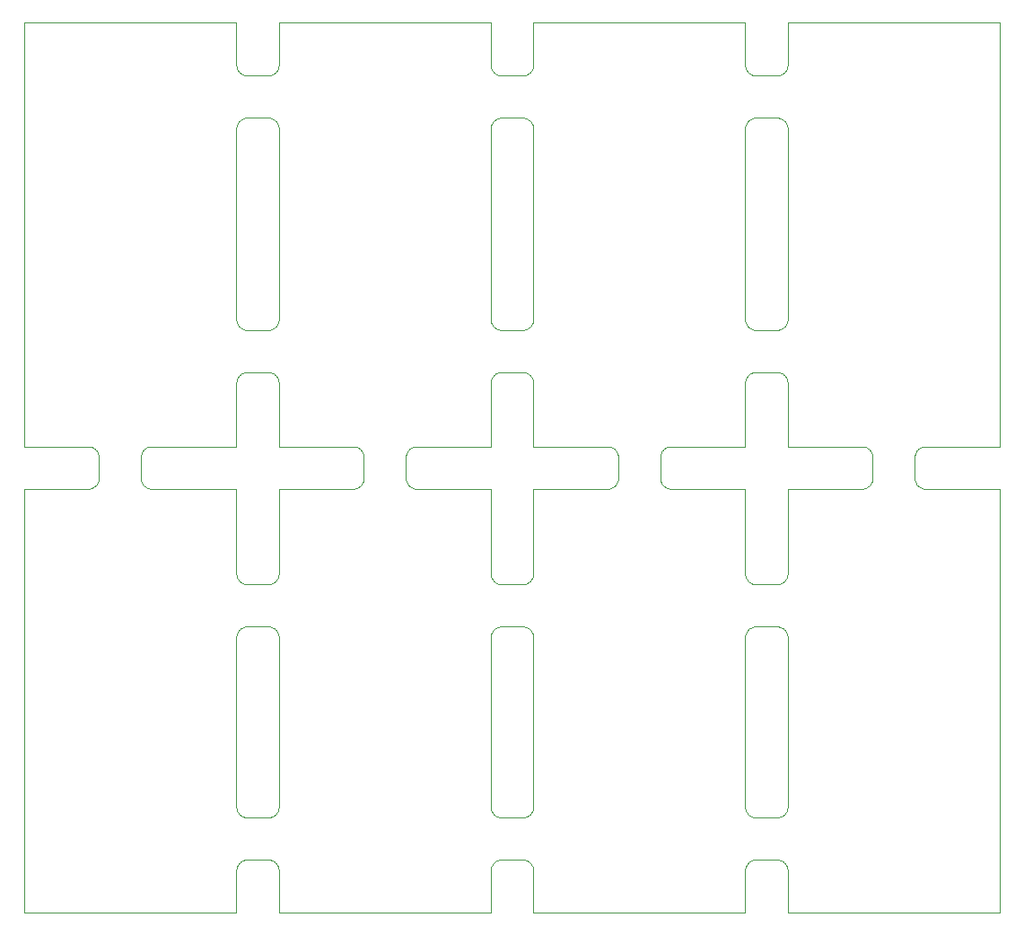
<source format=gko>
%MOIN*%
%OFA0B0*%
%FSLAX44Y44*%
%IPPOS*%
%LPD*%
%ADD10C,0*%
D10*
X00026771Y00003934D02*
X00026771Y00003934D01*
X00026771Y00010238D01*
X00026772Y00010269D01*
X00026776Y00010300D01*
X00026782Y00010330D01*
X00026790Y00010360D01*
X00026801Y00010389D01*
X00026814Y00010417D01*
X00026829Y00010444D01*
X00026846Y00010470D01*
X00026865Y00010494D01*
X00026886Y00010517D01*
X00026909Y00010538D01*
X00026933Y00010557D01*
X00026959Y00010574D01*
X00026986Y00010589D01*
X00027014Y00010602D01*
X00027043Y00010613D01*
X00027073Y00010621D01*
X00027103Y00010627D01*
X00027134Y00010631D01*
X00027165Y00010632D01*
X00027952Y00010632D01*
X00027983Y00010631D01*
X00028014Y00010627D01*
X00028044Y00010621D01*
X00028074Y00010613D01*
X00028103Y00010602D01*
X00028131Y00010589D01*
X00028158Y00010574D01*
X00028184Y00010557D01*
X00028208Y00010538D01*
X00028231Y00010517D01*
X00028252Y00010494D01*
X00028271Y00010470D01*
X00028288Y00010444D01*
X00028303Y00010417D01*
X00028316Y00010389D01*
X00028327Y00010360D01*
X00028335Y00010330D01*
X00028341Y00010300D01*
X00028345Y00010269D01*
X00028346Y00010238D01*
X00028346Y00003934D01*
X00028345Y00003903D01*
X00028341Y00003872D01*
X00028335Y00003842D01*
X00028327Y00003812D01*
X00028316Y00003783D01*
X00028303Y00003755D01*
X00028288Y00003728D01*
X00028271Y00003702D01*
X00028252Y00003678D01*
X00028231Y00003655D01*
X00028208Y00003635D01*
X00028184Y00003615D01*
X00028158Y00003598D01*
X00028131Y00003583D01*
X00028103Y00003570D01*
X00028074Y00003559D01*
X00028044Y00003551D01*
X00028014Y00003545D01*
X00027983Y00003541D01*
X00027952Y00003540D01*
X00027165Y00003540D01*
X00027134Y00003541D01*
X00027103Y00003545D01*
X00027073Y00003551D01*
X00027043Y00003559D01*
X00027014Y00003570D01*
X00026986Y00003583D01*
X00026959Y00003598D01*
X00026933Y00003615D01*
X00026909Y00003635D01*
X00026886Y00003655D01*
X00026865Y00003678D01*
X00026846Y00003702D01*
X00026829Y00003728D01*
X00026814Y00003755D01*
X00026801Y00003783D01*
X00026790Y00003812D01*
X00026782Y00003842D01*
X00026776Y00003872D01*
X00026772Y00003903D01*
X00026771Y00003934D01*
X00026771Y00015748D02*
X00026771Y00015748D01*
X00024013Y00015748D01*
X00023982Y00015749D01*
X00023951Y00015752D01*
X00023921Y00015758D01*
X00023891Y00015767D01*
X00023862Y00015778D01*
X00023834Y00015790D01*
X00023807Y00015806D01*
X00023781Y00015823D01*
X00023757Y00015842D01*
X00023734Y00015863D01*
X00023713Y00015886D01*
X00023694Y00015910D01*
X00023677Y00015936D01*
X00023662Y00015962D01*
X00023649Y00015991D01*
X00023638Y00016020D01*
X00023630Y00016049D01*
X00023624Y00016080D01*
X00023620Y00016110D01*
X00023619Y00016141D01*
X00023619Y00016929D01*
X00023620Y00016960D01*
X00023624Y00016990D01*
X00023630Y00017021D01*
X00023638Y00017050D01*
X00023649Y00017079D01*
X00023662Y00017107D01*
X00023677Y00017134D01*
X00023694Y00017160D01*
X00023713Y00017184D01*
X00023734Y00017207D01*
X00023757Y00017228D01*
X00023781Y00017247D01*
X00023807Y00017264D01*
X00023834Y00017279D01*
X00023862Y00017292D01*
X00023891Y00017303D01*
X00023921Y00017311D01*
X00023951Y00017317D01*
X00023982Y00017321D01*
X00024013Y00017322D01*
X00026771Y00017322D01*
X00026771Y00019687D01*
X00026772Y00019718D01*
X00026776Y00019749D01*
X00026782Y00019779D01*
X00026790Y00019809D01*
X00026801Y00019838D01*
X00026814Y00019866D01*
X00026829Y00019893D01*
X00026846Y00019919D01*
X00026865Y00019943D01*
X00026886Y00019966D01*
X00026909Y00019987D01*
X00026933Y00020006D01*
X00026959Y00020023D01*
X00026986Y00020038D01*
X00027014Y00020051D01*
X00027043Y00020062D01*
X00027073Y00020070D01*
X00027103Y00020076D01*
X00027134Y00020080D01*
X00027165Y00020081D01*
X00027952Y00020081D01*
X00027983Y00020080D01*
X00028014Y00020076D01*
X00028044Y00020070D01*
X00028074Y00020062D01*
X00028103Y00020051D01*
X00028131Y00020038D01*
X00028158Y00020023D01*
X00028184Y00020006D01*
X00028208Y00019987D01*
X00028231Y00019966D01*
X00028252Y00019943D01*
X00028271Y00019919D01*
X00028288Y00019893D01*
X00028303Y00019866D01*
X00028316Y00019838D01*
X00028327Y00019809D01*
X00028335Y00019779D01*
X00028341Y00019749D01*
X00028345Y00019718D01*
X00028346Y00019687D01*
X00028346Y00017322D01*
X00031104Y00017322D01*
X00031135Y00017321D01*
X00031166Y00017317D01*
X00031196Y00017311D01*
X00031226Y00017303D01*
X00031255Y00017292D01*
X00031283Y00017279D01*
X00031310Y00017264D01*
X00031336Y00017247D01*
X00031360Y00017228D01*
X00031383Y00017207D01*
X00031404Y00017184D01*
X00031423Y00017160D01*
X00031440Y00017134D01*
X00031455Y00017107D01*
X00031468Y00017079D01*
X00031479Y00017050D01*
X00031487Y00017021D01*
X00031493Y00016990D01*
X00031497Y00016960D01*
X00031498Y00016929D01*
X00031498Y00016141D01*
X00031497Y00016110D01*
X00031493Y00016080D01*
X00031487Y00016049D01*
X00031479Y00016020D01*
X00031468Y00015991D01*
X00031455Y00015962D01*
X00031440Y00015936D01*
X00031423Y00015910D01*
X00031404Y00015886D01*
X00031383Y00015863D01*
X00031360Y00015842D01*
X00031336Y00015823D01*
X00031310Y00015806D01*
X00031283Y00015790D01*
X00031255Y00015778D01*
X00031226Y00015767D01*
X00031196Y00015758D01*
X00031166Y00015752D01*
X00031135Y00015749D01*
X00031104Y00015748D01*
X00028346Y00015748D01*
X00028346Y00012595D01*
X00028345Y00012564D01*
X00028341Y00012534D01*
X00028335Y00012503D01*
X00028327Y00012474D01*
X00028316Y00012445D01*
X00028303Y00012417D01*
X00028288Y00012390D01*
X00028271Y00012364D01*
X00028252Y00012340D01*
X00028231Y00012317D01*
X00028208Y00012296D01*
X00028184Y00012277D01*
X00028158Y00012260D01*
X00028131Y00012245D01*
X00028103Y00012232D01*
X00028074Y00012221D01*
X00028044Y00012212D01*
X00028014Y00012206D01*
X00027983Y00012203D01*
X00027952Y00012202D01*
X00027165Y00012202D01*
X00027134Y00012203D01*
X00027103Y00012206D01*
X00027073Y00012212D01*
X00027043Y00012221D01*
X00027014Y00012232D01*
X00026986Y00012245D01*
X00026959Y00012260D01*
X00026933Y00012277D01*
X00026909Y00012296D01*
X00026886Y00012317D01*
X00026865Y00012340D01*
X00026846Y00012364D01*
X00026829Y00012390D01*
X00026814Y00012417D01*
X00026801Y00012445D01*
X00026790Y00012474D01*
X00026782Y00012503D01*
X00026776Y00012534D01*
X00026772Y00012564D01*
X00026771Y00012595D01*
X00026771Y00015748D01*
X00017322Y00015748D02*
X00017322Y00015748D01*
X00014564Y00015748D01*
X00014533Y00015749D01*
X00014502Y00015752D01*
X00014472Y00015758D01*
X00014442Y00015767D01*
X00014413Y00015778D01*
X00014385Y00015790D01*
X00014358Y00015806D01*
X00014332Y00015823D01*
X00014308Y00015842D01*
X00014285Y00015863D01*
X00014264Y00015886D01*
X00014245Y00015910D01*
X00014228Y00015936D01*
X00014213Y00015962D01*
X00014200Y00015991D01*
X00014189Y00016020D01*
X00014181Y00016049D01*
X00014175Y00016080D01*
X00014171Y00016110D01*
X00014170Y00016141D01*
X00014170Y00016929D01*
X00014171Y00016960D01*
X00014175Y00016990D01*
X00014181Y00017021D01*
X00014189Y00017050D01*
X00014200Y00017079D01*
X00014213Y00017107D01*
X00014228Y00017134D01*
X00014245Y00017160D01*
X00014264Y00017184D01*
X00014285Y00017207D01*
X00014308Y00017228D01*
X00014332Y00017247D01*
X00014358Y00017264D01*
X00014385Y00017279D01*
X00014413Y00017292D01*
X00014442Y00017303D01*
X00014472Y00017311D01*
X00014502Y00017317D01*
X00014533Y00017321D01*
X00014564Y00017322D01*
X00017322Y00017322D01*
X00017322Y00019687D01*
X00017324Y00019718D01*
X00017327Y00019749D01*
X00017333Y00019779D01*
X00017342Y00019809D01*
X00017352Y00019838D01*
X00017365Y00019866D01*
X00017380Y00019893D01*
X00017398Y00019919D01*
X00017417Y00019943D01*
X00017438Y00019966D01*
X00017460Y00019987D01*
X00017485Y00020006D01*
X00017510Y00020023D01*
X00017537Y00020038D01*
X00017565Y00020051D01*
X00017594Y00020062D01*
X00017624Y00020070D01*
X00017654Y00020076D01*
X00017685Y00020080D01*
X00017716Y00020081D01*
X00018503Y00020081D01*
X00018534Y00020080D01*
X00018565Y00020076D01*
X00018595Y00020070D01*
X00018625Y00020062D01*
X00018654Y00020051D01*
X00018682Y00020038D01*
X00018709Y00020023D01*
X00018735Y00020006D01*
X00018759Y00019987D01*
X00018782Y00019966D01*
X00018803Y00019943D01*
X00018822Y00019919D01*
X00018839Y00019893D01*
X00018854Y00019866D01*
X00018867Y00019838D01*
X00018878Y00019809D01*
X00018886Y00019779D01*
X00018892Y00019749D01*
X00018896Y00019718D01*
X00018897Y00019687D01*
X00018897Y00017322D01*
X00021656Y00017322D01*
X00021687Y00017321D01*
X00021717Y00017317D01*
X00021748Y00017311D01*
X00021777Y00017303D01*
X00021806Y00017292D01*
X00021834Y00017279D01*
X00021861Y00017264D01*
X00021887Y00017247D01*
X00021911Y00017228D01*
X00021934Y00017207D01*
X00021955Y00017184D01*
X00021974Y00017160D01*
X00021991Y00017134D01*
X00022006Y00017107D01*
X00022019Y00017079D01*
X00022030Y00017050D01*
X00022038Y00017021D01*
X00022045Y00016990D01*
X00022048Y00016960D01*
X00022049Y00016929D01*
X00022049Y00016141D01*
X00022048Y00016110D01*
X00022045Y00016080D01*
X00022038Y00016049D01*
X00022030Y00016020D01*
X00022019Y00015991D01*
X00022006Y00015962D01*
X00021991Y00015936D01*
X00021974Y00015910D01*
X00021955Y00015886D01*
X00021934Y00015863D01*
X00021911Y00015842D01*
X00021887Y00015823D01*
X00021861Y00015806D01*
X00021834Y00015790D01*
X00021806Y00015778D01*
X00021777Y00015767D01*
X00021748Y00015758D01*
X00021717Y00015752D01*
X00021687Y00015749D01*
X00021656Y00015748D01*
X00018897Y00015748D01*
X00018897Y00012595D01*
X00018896Y00012564D01*
X00018892Y00012534D01*
X00018886Y00012503D01*
X00018878Y00012474D01*
X00018867Y00012445D01*
X00018854Y00012417D01*
X00018839Y00012390D01*
X00018822Y00012364D01*
X00018803Y00012340D01*
X00018782Y00012317D01*
X00018759Y00012296D01*
X00018735Y00012277D01*
X00018709Y00012260D01*
X00018682Y00012245D01*
X00018654Y00012232D01*
X00018625Y00012221D01*
X00018595Y00012212D01*
X00018565Y00012206D01*
X00018534Y00012203D01*
X00018503Y00012202D01*
X00017716Y00012202D01*
X00017685Y00012203D01*
X00017654Y00012206D01*
X00017624Y00012212D01*
X00017594Y00012221D01*
X00017565Y00012232D01*
X00017537Y00012245D01*
X00017510Y00012260D01*
X00017485Y00012277D01*
X00017460Y00012296D01*
X00017438Y00012317D01*
X00017417Y00012340D01*
X00017398Y00012364D01*
X00017380Y00012390D01*
X00017365Y00012417D01*
X00017352Y00012445D01*
X00017342Y00012474D01*
X00017333Y00012503D01*
X00017327Y00012534D01*
X00017324Y00012564D01*
X00017322Y00012595D01*
X00017322Y00015748D01*
X00007874Y00012595D02*
X00007874Y00012595D01*
X00007874Y00015748D01*
X00004721Y00015748D01*
X00004690Y00015749D01*
X00004660Y00015752D01*
X00004629Y00015758D01*
X00004600Y00015767D01*
X00004571Y00015778D01*
X00004543Y00015790D01*
X00004516Y00015806D01*
X00004490Y00015823D01*
X00004466Y00015842D01*
X00004443Y00015863D01*
X00004422Y00015886D01*
X00004403Y00015910D01*
X00004386Y00015936D01*
X00004370Y00015962D01*
X00004358Y00015991D01*
X00004347Y00016020D01*
X00004338Y00016049D01*
X00004332Y00016080D01*
X00004329Y00016110D01*
X00004328Y00016141D01*
X00004328Y00016929D01*
X00004329Y00016960D01*
X00004332Y00016990D01*
X00004338Y00017021D01*
X00004347Y00017050D01*
X00004358Y00017079D01*
X00004370Y00017107D01*
X00004386Y00017134D01*
X00004403Y00017160D01*
X00004422Y00017184D01*
X00004443Y00017207D01*
X00004466Y00017228D01*
X00004490Y00017247D01*
X00004516Y00017264D01*
X00004543Y00017279D01*
X00004571Y00017292D01*
X00004600Y00017303D01*
X00004629Y00017311D01*
X00004660Y00017317D01*
X00004690Y00017321D01*
X00004721Y00017322D01*
X00007874Y00017322D01*
X00007874Y00019687D01*
X00007875Y00019718D01*
X00007878Y00019749D01*
X00007884Y00019779D01*
X00007893Y00019809D01*
X00007903Y00019838D01*
X00007916Y00019866D01*
X00007932Y00019893D01*
X00007949Y00019919D01*
X00007968Y00019943D01*
X00007989Y00019966D01*
X00008012Y00019987D01*
X00008036Y00020006D01*
X00008062Y00020023D01*
X00008088Y00020038D01*
X00008117Y00020051D01*
X00008146Y00020062D01*
X00008175Y00020070D01*
X00008206Y00020076D01*
X00008236Y00020080D01*
X00008267Y00020081D01*
X00009055Y00020081D01*
X00009086Y00020080D01*
X00009116Y00020076D01*
X00009147Y00020070D01*
X00009176Y00020062D01*
X00009205Y00020051D01*
X00009233Y00020038D01*
X00009260Y00020023D01*
X00009286Y00020006D01*
X00009310Y00019987D01*
X00009333Y00019966D01*
X00009354Y00019943D01*
X00009373Y00019919D01*
X00009390Y00019893D01*
X00009405Y00019866D01*
X00009418Y00019838D01*
X00009429Y00019809D01*
X00009437Y00019779D01*
X00009443Y00019749D01*
X00009447Y00019718D01*
X00009448Y00019687D01*
X00009448Y00017322D01*
X00012207Y00017322D01*
X00012238Y00017321D01*
X00012268Y00017317D01*
X00012299Y00017311D01*
X00012329Y00017303D01*
X00012358Y00017292D01*
X00012386Y00017279D01*
X00012413Y00017264D01*
X00012438Y00017247D01*
X00012463Y00017228D01*
X00012485Y00017207D01*
X00012506Y00017184D01*
X00012525Y00017160D01*
X00012543Y00017134D01*
X00012558Y00017107D01*
X00012571Y00017079D01*
X00012581Y00017050D01*
X00012590Y00017021D01*
X00012596Y00016990D01*
X00012599Y00016960D01*
X00012601Y00016929D01*
X00012601Y00016141D01*
X00012599Y00016110D01*
X00012596Y00016080D01*
X00012590Y00016049D01*
X00012581Y00016020D01*
X00012571Y00015991D01*
X00012558Y00015962D01*
X00012543Y00015936D01*
X00012525Y00015910D01*
X00012506Y00015886D01*
X00012485Y00015863D01*
X00012463Y00015842D01*
X00012438Y00015823D01*
X00012413Y00015806D01*
X00012386Y00015790D01*
X00012358Y00015778D01*
X00012329Y00015767D01*
X00012299Y00015758D01*
X00012268Y00015752D01*
X00012238Y00015749D01*
X00012207Y00015748D01*
X00009448Y00015748D01*
X00009448Y00012595D01*
X00009447Y00012564D01*
X00009443Y00012534D01*
X00009437Y00012503D01*
X00009429Y00012474D01*
X00009418Y00012445D01*
X00009405Y00012417D01*
X00009390Y00012390D01*
X00009373Y00012364D01*
X00009354Y00012340D01*
X00009333Y00012317D01*
X00009310Y00012296D01*
X00009286Y00012277D01*
X00009260Y00012260D01*
X00009233Y00012245D01*
X00009205Y00012232D01*
X00009176Y00012221D01*
X00009147Y00012212D01*
X00009116Y00012206D01*
X00009086Y00012203D01*
X00009055Y00012202D01*
X00008267Y00012202D01*
X00008236Y00012203D01*
X00008206Y00012206D01*
X00008175Y00012212D01*
X00008146Y00012221D01*
X00008117Y00012232D01*
X00008088Y00012245D01*
X00008062Y00012260D01*
X00008036Y00012277D01*
X00008012Y00012296D01*
X00007989Y00012317D01*
X00007968Y00012340D01*
X00007949Y00012364D01*
X00007932Y00012390D01*
X00007916Y00012417D01*
X00007903Y00012445D01*
X00007893Y00012474D01*
X00007884Y00012503D01*
X00007878Y00012534D01*
X00007875Y00012564D01*
X00007874Y00012595D01*
X00026771Y00029136D02*
X00026771Y00029136D01*
X00026772Y00029167D01*
X00026776Y00029198D01*
X00026782Y00029228D01*
X00026790Y00029258D01*
X00026801Y00029287D01*
X00026814Y00029315D01*
X00026829Y00029342D01*
X00026846Y00029367D01*
X00026865Y00029392D01*
X00026886Y00029414D01*
X00026909Y00029435D01*
X00026933Y00029454D01*
X00026959Y00029472D01*
X00026986Y00029487D01*
X00027014Y00029500D01*
X00027043Y00029510D01*
X00027073Y00029519D01*
X00027103Y00029525D01*
X00027134Y00029528D01*
X00027165Y00029530D01*
X00027952Y00029530D01*
X00027983Y00029528D01*
X00028014Y00029525D01*
X00028044Y00029519D01*
X00028074Y00029510D01*
X00028103Y00029500D01*
X00028131Y00029487D01*
X00028158Y00029472D01*
X00028184Y00029454D01*
X00028208Y00029435D01*
X00028231Y00029414D01*
X00028252Y00029392D01*
X00028271Y00029367D01*
X00028288Y00029342D01*
X00028303Y00029315D01*
X00028316Y00029287D01*
X00028327Y00029258D01*
X00028335Y00029228D01*
X00028341Y00029198D01*
X00028345Y00029167D01*
X00028346Y00029136D01*
X00028346Y00022044D01*
X00028345Y00022013D01*
X00028341Y00021983D01*
X00028335Y00021952D01*
X00028327Y00021922D01*
X00028316Y00021893D01*
X00028303Y00021865D01*
X00028288Y00021838D01*
X00028271Y00021813D01*
X00028252Y00021788D01*
X00028231Y00021766D01*
X00028208Y00021745D01*
X00028184Y00021726D01*
X00028158Y00021708D01*
X00028131Y00021693D01*
X00028103Y00021680D01*
X00028074Y00021670D01*
X00028044Y00021661D01*
X00028014Y00021655D01*
X00027983Y00021652D01*
X00027952Y00021650D01*
X00027165Y00021650D01*
X00027134Y00021652D01*
X00027103Y00021655D01*
X00027073Y00021661D01*
X00027043Y00021670D01*
X00027014Y00021680D01*
X00026986Y00021693D01*
X00026959Y00021708D01*
X00026933Y00021726D01*
X00026909Y00021745D01*
X00026886Y00021766D01*
X00026865Y00021788D01*
X00026846Y00021813D01*
X00026829Y00021838D01*
X00026814Y00021865D01*
X00026801Y00021893D01*
X00026790Y00021922D01*
X00026782Y00021952D01*
X00026776Y00021983D01*
X00026772Y00022013D01*
X00026771Y00022044D01*
X00026771Y00029136D01*
X00018897Y00022044D02*
X00018897Y00022044D01*
X00018896Y00022013D01*
X00018892Y00021983D01*
X00018886Y00021952D01*
X00018878Y00021922D01*
X00018867Y00021893D01*
X00018854Y00021865D01*
X00018839Y00021838D01*
X00018822Y00021813D01*
X00018803Y00021788D01*
X00018782Y00021766D01*
X00018759Y00021745D01*
X00018735Y00021726D01*
X00018709Y00021708D01*
X00018682Y00021693D01*
X00018654Y00021680D01*
X00018625Y00021670D01*
X00018595Y00021661D01*
X00018565Y00021655D01*
X00018534Y00021652D01*
X00018503Y00021650D01*
X00017716Y00021650D01*
X00017685Y00021652D01*
X00017654Y00021655D01*
X00017624Y00021661D01*
X00017594Y00021670D01*
X00017565Y00021680D01*
X00017537Y00021693D01*
X00017510Y00021708D01*
X00017485Y00021726D01*
X00017460Y00021745D01*
X00017438Y00021766D01*
X00017417Y00021788D01*
X00017398Y00021813D01*
X00017380Y00021838D01*
X00017365Y00021865D01*
X00017352Y00021893D01*
X00017342Y00021922D01*
X00017333Y00021952D01*
X00017327Y00021983D01*
X00017324Y00022013D01*
X00017322Y00022044D01*
X00017322Y00029136D01*
X00017324Y00029167D01*
X00017327Y00029198D01*
X00017333Y00029228D01*
X00017342Y00029258D01*
X00017352Y00029287D01*
X00017365Y00029315D01*
X00017380Y00029342D01*
X00017398Y00029367D01*
X00017417Y00029392D01*
X00017438Y00029414D01*
X00017460Y00029435D01*
X00017485Y00029454D01*
X00017510Y00029472D01*
X00017537Y00029487D01*
X00017565Y00029500D01*
X00017594Y00029510D01*
X00017624Y00029519D01*
X00017654Y00029525D01*
X00017685Y00029528D01*
X00017716Y00029530D01*
X00018503Y00029530D01*
X00018534Y00029528D01*
X00018565Y00029525D01*
X00018595Y00029519D01*
X00018625Y00029510D01*
X00018654Y00029500D01*
X00018682Y00029487D01*
X00018709Y00029472D01*
X00018735Y00029454D01*
X00018759Y00029435D01*
X00018782Y00029414D01*
X00018803Y00029392D01*
X00018822Y00029367D01*
X00018839Y00029342D01*
X00018854Y00029315D01*
X00018867Y00029287D01*
X00018878Y00029258D01*
X00018886Y00029228D01*
X00018892Y00029198D01*
X00018896Y00029167D01*
X00018897Y00029136D01*
X00018897Y00022044D01*
X00018897Y00003934D02*
X00018897Y00003934D01*
X00018896Y00003903D01*
X00018892Y00003872D01*
X00018886Y00003842D01*
X00018878Y00003812D01*
X00018867Y00003783D01*
X00018854Y00003755D01*
X00018839Y00003728D01*
X00018822Y00003702D01*
X00018803Y00003678D01*
X00018782Y00003655D01*
X00018759Y00003635D01*
X00018735Y00003615D01*
X00018709Y00003598D01*
X00018682Y00003583D01*
X00018654Y00003570D01*
X00018625Y00003559D01*
X00018595Y00003551D01*
X00018565Y00003545D01*
X00018534Y00003541D01*
X00018503Y00003540D01*
X00017716Y00003540D01*
X00017685Y00003541D01*
X00017654Y00003545D01*
X00017624Y00003551D01*
X00017594Y00003559D01*
X00017565Y00003570D01*
X00017537Y00003583D01*
X00017510Y00003598D01*
X00017485Y00003615D01*
X00017460Y00003635D01*
X00017438Y00003655D01*
X00017417Y00003678D01*
X00017398Y00003702D01*
X00017380Y00003728D01*
X00017365Y00003755D01*
X00017352Y00003783D01*
X00017342Y00003812D01*
X00017333Y00003842D01*
X00017327Y00003872D01*
X00017324Y00003903D01*
X00017322Y00003934D01*
X00017322Y00010238D01*
X00017324Y00010269D01*
X00017327Y00010300D01*
X00017333Y00010330D01*
X00017342Y00010360D01*
X00017352Y00010389D01*
X00017365Y00010417D01*
X00017380Y00010444D01*
X00017398Y00010470D01*
X00017417Y00010494D01*
X00017438Y00010517D01*
X00017460Y00010538D01*
X00017485Y00010557D01*
X00017510Y00010574D01*
X00017537Y00010589D01*
X00017565Y00010602D01*
X00017594Y00010613D01*
X00017624Y00010621D01*
X00017654Y00010627D01*
X00017685Y00010631D01*
X00017716Y00010632D01*
X00018503Y00010632D01*
X00018534Y00010631D01*
X00018565Y00010627D01*
X00018595Y00010621D01*
X00018625Y00010613D01*
X00018654Y00010602D01*
X00018682Y00010589D01*
X00018709Y00010574D01*
X00018735Y00010557D01*
X00018759Y00010538D01*
X00018782Y00010517D01*
X00018803Y00010494D01*
X00018822Y00010470D01*
X00018839Y00010444D01*
X00018854Y00010417D01*
X00018867Y00010389D01*
X00018878Y00010360D01*
X00018886Y00010330D01*
X00018892Y00010300D01*
X00018896Y00010269D01*
X00018897Y00010238D01*
X00018897Y00003934D01*
X00009448Y00031493D02*
X00009448Y00031493D01*
X00009447Y00031462D01*
X00009443Y00031431D01*
X00009437Y00031401D01*
X00009429Y00031371D01*
X00009418Y00031342D01*
X00009405Y00031314D01*
X00009390Y00031287D01*
X00009373Y00031262D01*
X00009354Y00031237D01*
X00009333Y00031215D01*
X00009310Y00031194D01*
X00009286Y00031174D01*
X00009260Y00031157D01*
X00009233Y00031142D01*
X00009205Y00031129D01*
X00009176Y00031119D01*
X00009147Y00031110D01*
X00009116Y00031104D01*
X00009086Y00031100D01*
X00009055Y00031099D01*
X00008267Y00031099D01*
X00008236Y00031100D01*
X00008206Y00031104D01*
X00008175Y00031110D01*
X00008146Y00031119D01*
X00008117Y00031129D01*
X00008088Y00031142D01*
X00008062Y00031157D01*
X00008036Y00031174D01*
X00008012Y00031194D01*
X00007989Y00031215D01*
X00007968Y00031237D01*
X00007949Y00031262D01*
X00007932Y00031287D01*
X00007916Y00031314D01*
X00007903Y00031342D01*
X00007893Y00031371D01*
X00007884Y00031401D01*
X00007878Y00031431D01*
X00007875Y00031462D01*
X00007874Y00031493D01*
X00007874Y00033070D01*
X00000000Y00033070D01*
X00000000Y00017322D01*
X00002364Y00017322D01*
X00002395Y00017321D01*
X00002426Y00017317D01*
X00002456Y00017311D01*
X00002486Y00017303D01*
X00002515Y00017292D01*
X00002543Y00017279D01*
X00002570Y00017264D01*
X00002596Y00017247D01*
X00002620Y00017228D01*
X00002643Y00017207D01*
X00002664Y00017184D01*
X00002683Y00017160D01*
X00002700Y00017134D01*
X00002715Y00017107D01*
X00002728Y00017079D01*
X00002739Y00017050D01*
X00002747Y00017021D01*
X00002753Y00016990D01*
X00002757Y00016960D01*
X00002758Y00016929D01*
X00002758Y00016141D01*
X00002757Y00016110D01*
X00002753Y00016080D01*
X00002747Y00016049D01*
X00002739Y00016020D01*
X00002728Y00015991D01*
X00002715Y00015962D01*
X00002700Y00015936D01*
X00002683Y00015910D01*
X00002664Y00015886D01*
X00002643Y00015863D01*
X00002620Y00015842D01*
X00002596Y00015823D01*
X00002570Y00015806D01*
X00002543Y00015790D01*
X00002515Y00015778D01*
X00002486Y00015767D01*
X00002456Y00015758D01*
X00002426Y00015752D01*
X00002395Y00015749D01*
X00002364Y00015748D01*
X00000000Y00015748D01*
X00000000Y00000000D01*
X00007874Y00000000D01*
X00007874Y00001577D01*
X00007875Y00001608D01*
X00007878Y00001639D01*
X00007884Y00001669D01*
X00007893Y00001699D01*
X00007903Y00001728D01*
X00007916Y00001756D01*
X00007932Y00001783D01*
X00007949Y00001808D01*
X00007968Y00001833D01*
X00007989Y00001855D01*
X00008012Y00001876D01*
X00008036Y00001895D01*
X00008062Y00001913D01*
X00008088Y00001928D01*
X00008117Y00001941D01*
X00008146Y00001951D01*
X00008175Y00001960D01*
X00008206Y00001966D01*
X00008236Y00001969D01*
X00008267Y00001971D01*
X00009055Y00001971D01*
X00009086Y00001969D01*
X00009116Y00001966D01*
X00009147Y00001960D01*
X00009176Y00001951D01*
X00009205Y00001941D01*
X00009233Y00001928D01*
X00009260Y00001913D01*
X00009286Y00001895D01*
X00009310Y00001876D01*
X00009333Y00001855D01*
X00009354Y00001833D01*
X00009373Y00001808D01*
X00009390Y00001783D01*
X00009405Y00001756D01*
X00009418Y00001728D01*
X00009429Y00001699D01*
X00009437Y00001669D01*
X00009443Y00001639D01*
X00009447Y00001608D01*
X00009448Y00001577D01*
X00009448Y00000000D01*
X00017322Y00000000D01*
X00017322Y00001577D01*
X00017324Y00001608D01*
X00017327Y00001639D01*
X00017333Y00001669D01*
X00017342Y00001699D01*
X00017352Y00001728D01*
X00017365Y00001756D01*
X00017380Y00001783D01*
X00017398Y00001808D01*
X00017417Y00001833D01*
X00017438Y00001855D01*
X00017460Y00001876D01*
X00017485Y00001895D01*
X00017510Y00001913D01*
X00017537Y00001928D01*
X00017565Y00001941D01*
X00017594Y00001951D01*
X00017624Y00001960D01*
X00017654Y00001966D01*
X00017685Y00001969D01*
X00017716Y00001971D01*
X00018503Y00001971D01*
X00018534Y00001969D01*
X00018565Y00001966D01*
X00018595Y00001960D01*
X00018625Y00001951D01*
X00018654Y00001941D01*
X00018682Y00001928D01*
X00018709Y00001913D01*
X00018735Y00001895D01*
X00018759Y00001876D01*
X00018782Y00001855D01*
X00018803Y00001833D01*
X00018822Y00001808D01*
X00018839Y00001783D01*
X00018854Y00001756D01*
X00018867Y00001728D01*
X00018878Y00001699D01*
X00018886Y00001669D01*
X00018892Y00001639D01*
X00018896Y00001608D01*
X00018897Y00001577D01*
X00018897Y00000000D01*
X00026771Y00000000D01*
X00026771Y00001577D01*
X00026772Y00001608D01*
X00026776Y00001639D01*
X00026782Y00001669D01*
X00026790Y00001699D01*
X00026801Y00001728D01*
X00026814Y00001756D01*
X00026829Y00001783D01*
X00026846Y00001808D01*
X00026865Y00001833D01*
X00026886Y00001855D01*
X00026909Y00001876D01*
X00026933Y00001895D01*
X00026959Y00001913D01*
X00026986Y00001928D01*
X00027014Y00001941D01*
X00027043Y00001951D01*
X00027073Y00001960D01*
X00027103Y00001966D01*
X00027134Y00001969D01*
X00027165Y00001971D01*
X00027952Y00001971D01*
X00027983Y00001969D01*
X00028014Y00001966D01*
X00028044Y00001960D01*
X00028074Y00001951D01*
X00028103Y00001941D01*
X00028131Y00001928D01*
X00028158Y00001913D01*
X00028184Y00001895D01*
X00028208Y00001876D01*
X00028231Y00001855D01*
X00028252Y00001833D01*
X00028271Y00001808D01*
X00028288Y00001783D01*
X00028303Y00001756D01*
X00028316Y00001728D01*
X00028327Y00001699D01*
X00028335Y00001669D01*
X00028341Y00001639D01*
X00028345Y00001608D01*
X00028346Y00001577D01*
X00028346Y00000000D01*
X00036220Y00000000D01*
X00036220Y00015748D01*
X00033461Y00015748D01*
X00033431Y00015749D01*
X00033400Y00015752D01*
X00033370Y00015758D01*
X00033340Y00015767D01*
X00033311Y00015778D01*
X00033283Y00015790D01*
X00033256Y00015806D01*
X00033230Y00015823D01*
X00033206Y00015842D01*
X00033183Y00015863D01*
X00033162Y00015886D01*
X00033143Y00015910D01*
X00033126Y00015936D01*
X00033111Y00015962D01*
X00033098Y00015991D01*
X00033087Y00016020D01*
X00033079Y00016049D01*
X00033073Y00016080D01*
X00033069Y00016110D01*
X00033068Y00016141D01*
X00033068Y00016929D01*
X00033069Y00016960D01*
X00033073Y00016990D01*
X00033079Y00017021D01*
X00033087Y00017050D01*
X00033098Y00017079D01*
X00033111Y00017107D01*
X00033126Y00017134D01*
X00033143Y00017160D01*
X00033162Y00017184D01*
X00033183Y00017207D01*
X00033206Y00017228D01*
X00033230Y00017247D01*
X00033256Y00017264D01*
X00033283Y00017279D01*
X00033311Y00017292D01*
X00033340Y00017303D01*
X00033370Y00017311D01*
X00033400Y00017317D01*
X00033431Y00017321D01*
X00033461Y00017322D01*
X00036220Y00017322D01*
X00036220Y00033070D01*
X00028346Y00033070D01*
X00028346Y00031493D01*
X00028345Y00031462D01*
X00028341Y00031431D01*
X00028335Y00031401D01*
X00028327Y00031371D01*
X00028316Y00031342D01*
X00028303Y00031314D01*
X00028288Y00031287D01*
X00028271Y00031262D01*
X00028252Y00031237D01*
X00028231Y00031215D01*
X00028208Y00031194D01*
X00028184Y00031174D01*
X00028158Y00031157D01*
X00028131Y00031142D01*
X00028103Y00031129D01*
X00028074Y00031119D01*
X00028044Y00031110D01*
X00028014Y00031104D01*
X00027983Y00031100D01*
X00027952Y00031099D01*
X00027165Y00031099D01*
X00027134Y00031100D01*
X00027103Y00031104D01*
X00027073Y00031110D01*
X00027043Y00031119D01*
X00027014Y00031129D01*
X00026986Y00031142D01*
X00026959Y00031157D01*
X00026933Y00031174D01*
X00026909Y00031194D01*
X00026886Y00031215D01*
X00026865Y00031237D01*
X00026846Y00031262D01*
X00026829Y00031287D01*
X00026814Y00031314D01*
X00026801Y00031342D01*
X00026790Y00031371D01*
X00026782Y00031401D01*
X00026776Y00031431D01*
X00026772Y00031462D01*
X00026771Y00031493D01*
X00026771Y00033070D01*
X00018897Y00033070D01*
X00018897Y00031493D01*
X00018896Y00031462D01*
X00018892Y00031431D01*
X00018886Y00031401D01*
X00018878Y00031371D01*
X00018867Y00031342D01*
X00018854Y00031314D01*
X00018839Y00031287D01*
X00018822Y00031262D01*
X00018803Y00031237D01*
X00018782Y00031215D01*
X00018759Y00031194D01*
X00018735Y00031174D01*
X00018709Y00031157D01*
X00018682Y00031142D01*
X00018654Y00031129D01*
X00018625Y00031119D01*
X00018595Y00031110D01*
X00018565Y00031104D01*
X00018534Y00031100D01*
X00018503Y00031099D01*
X00017716Y00031099D01*
X00017685Y00031100D01*
X00017654Y00031104D01*
X00017624Y00031110D01*
X00017594Y00031119D01*
X00017565Y00031129D01*
X00017537Y00031142D01*
X00017510Y00031157D01*
X00017485Y00031174D01*
X00017460Y00031194D01*
X00017438Y00031215D01*
X00017417Y00031237D01*
X00017398Y00031262D01*
X00017380Y00031287D01*
X00017365Y00031314D01*
X00017352Y00031342D01*
X00017342Y00031371D01*
X00017333Y00031401D01*
X00017327Y00031431D01*
X00017324Y00031462D01*
X00017322Y00031493D01*
X00017322Y00033070D01*
X00009448Y00033070D01*
X00009448Y00031493D01*
X00009448Y00022044D02*
X00009448Y00022044D01*
X00009447Y00022013D01*
X00009443Y00021983D01*
X00009437Y00021952D01*
X00009429Y00021922D01*
X00009418Y00021893D01*
X00009405Y00021865D01*
X00009390Y00021838D01*
X00009373Y00021813D01*
X00009354Y00021788D01*
X00009333Y00021766D01*
X00009310Y00021745D01*
X00009286Y00021726D01*
X00009260Y00021708D01*
X00009233Y00021693D01*
X00009205Y00021680D01*
X00009176Y00021670D01*
X00009147Y00021661D01*
X00009116Y00021655D01*
X00009086Y00021652D01*
X00009055Y00021650D01*
X00008267Y00021650D01*
X00008236Y00021652D01*
X00008206Y00021655D01*
X00008175Y00021661D01*
X00008146Y00021670D01*
X00008117Y00021680D01*
X00008088Y00021693D01*
X00008062Y00021708D01*
X00008036Y00021726D01*
X00008012Y00021745D01*
X00007989Y00021766D01*
X00007968Y00021788D01*
X00007949Y00021813D01*
X00007932Y00021838D01*
X00007916Y00021865D01*
X00007903Y00021893D01*
X00007893Y00021922D01*
X00007884Y00021952D01*
X00007878Y00021983D01*
X00007875Y00022013D01*
X00007874Y00022044D01*
X00007874Y00029136D01*
X00007875Y00029167D01*
X00007878Y00029198D01*
X00007884Y00029228D01*
X00007893Y00029258D01*
X00007903Y00029287D01*
X00007916Y00029315D01*
X00007932Y00029342D01*
X00007949Y00029367D01*
X00007968Y00029392D01*
X00007989Y00029414D01*
X00008012Y00029435D01*
X00008036Y00029454D01*
X00008062Y00029472D01*
X00008088Y00029487D01*
X00008117Y00029500D01*
X00008146Y00029510D01*
X00008175Y00029519D01*
X00008206Y00029525D01*
X00008236Y00029528D01*
X00008267Y00029530D01*
X00009055Y00029530D01*
X00009086Y00029528D01*
X00009116Y00029525D01*
X00009147Y00029519D01*
X00009176Y00029510D01*
X00009205Y00029500D01*
X00009233Y00029487D01*
X00009260Y00029472D01*
X00009286Y00029454D01*
X00009310Y00029435D01*
X00009333Y00029414D01*
X00009354Y00029392D01*
X00009373Y00029367D01*
X00009390Y00029342D01*
X00009405Y00029315D01*
X00009418Y00029287D01*
X00009429Y00029258D01*
X00009437Y00029228D01*
X00009443Y00029198D01*
X00009447Y00029167D01*
X00009448Y00029136D01*
X00009448Y00022044D01*
X00009448Y00003934D02*
X00009448Y00003934D01*
X00009447Y00003903D01*
X00009443Y00003872D01*
X00009437Y00003842D01*
X00009429Y00003812D01*
X00009418Y00003783D01*
X00009405Y00003755D01*
X00009390Y00003728D01*
X00009373Y00003702D01*
X00009354Y00003678D01*
X00009333Y00003655D01*
X00009310Y00003635D01*
X00009286Y00003615D01*
X00009260Y00003598D01*
X00009233Y00003583D01*
X00009205Y00003570D01*
X00009176Y00003559D01*
X00009147Y00003551D01*
X00009116Y00003545D01*
X00009086Y00003541D01*
X00009055Y00003540D01*
X00008267Y00003540D01*
X00008236Y00003541D01*
X00008206Y00003545D01*
X00008175Y00003551D01*
X00008146Y00003559D01*
X00008117Y00003570D01*
X00008088Y00003583D01*
X00008062Y00003598D01*
X00008036Y00003615D01*
X00008012Y00003635D01*
X00007989Y00003655D01*
X00007968Y00003678D01*
X00007949Y00003702D01*
X00007932Y00003728D01*
X00007916Y00003755D01*
X00007903Y00003783D01*
X00007893Y00003812D01*
X00007884Y00003842D01*
X00007878Y00003872D01*
X00007875Y00003903D01*
X00007874Y00003934D01*
X00007874Y00010238D01*
X00007875Y00010269D01*
X00007878Y00010300D01*
X00007884Y00010330D01*
X00007893Y00010360D01*
X00007903Y00010389D01*
X00007916Y00010417D01*
X00007932Y00010444D01*
X00007949Y00010470D01*
X00007968Y00010494D01*
X00007989Y00010517D01*
X00008012Y00010538D01*
X00008036Y00010557D01*
X00008062Y00010574D01*
X00008088Y00010589D01*
X00008117Y00010602D01*
X00008146Y00010613D01*
X00008175Y00010621D01*
X00008206Y00010627D01*
X00008236Y00010631D01*
X00008267Y00010632D01*
X00009055Y00010632D01*
X00009086Y00010631D01*
X00009116Y00010627D01*
X00009147Y00010621D01*
X00009176Y00010613D01*
X00009205Y00010602D01*
X00009233Y00010589D01*
X00009260Y00010574D01*
X00009286Y00010557D01*
X00009310Y00010538D01*
X00009333Y00010517D01*
X00009354Y00010494D01*
X00009373Y00010470D01*
X00009390Y00010444D01*
X00009405Y00010417D01*
X00009418Y00010389D01*
X00009429Y00010360D01*
X00009437Y00010330D01*
X00009443Y00010300D01*
X00009447Y00010269D01*
X00009448Y00010238D01*
X00009448Y00003934D01*
M02*
</source>
